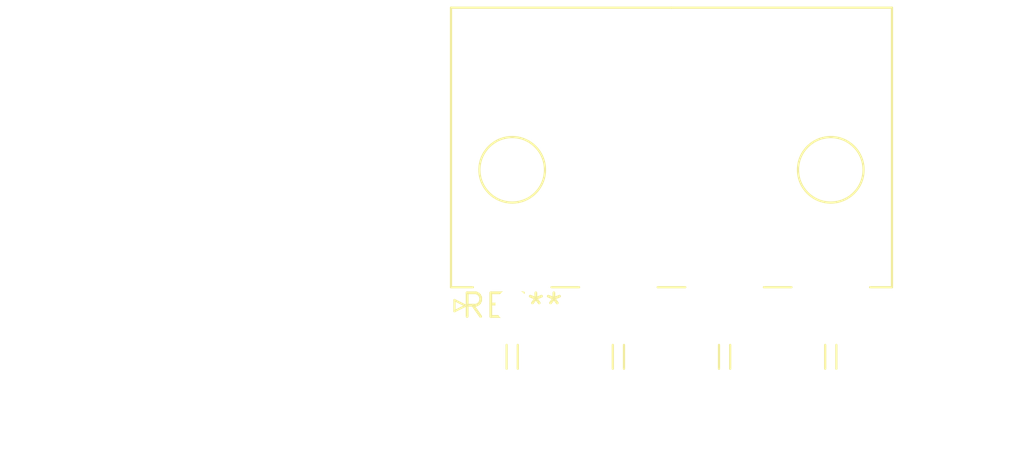
<source format=kicad_pcb>
(kicad_pcb (version 20240108) (generator pcbnew)
  (layers (0 "F.Cu" signal) (31 "B.Cu" signal) (34 "B.Paste" user) (35 "F.Paste" user) (36 "B.SilkS" user "B.Silkscreen") (37 "F.SilkS" user "F.Silkscreen") (38 "B.Mask" user) (39 "F.Mask" user) (44 "Edge.Cuts" user))
  (net 0 "")
  (footprint "Molex_Mega-Fit_76825-0008_2x04_P5.70mm_Horizontal" (layer "F.Cu") (at 0 0)
    (property "Reference" "REF**")
    (property "Value" "Molex_Mega-Fit_76825-0008_2x04_P5.70mm_Horizontal")
    (fp_line (start -3.285 -16.01) (end -3.285 -0.99) (layer "F.SilkS") (stroke (width 0.12)))
    (fp_line (start -3.285 -0.99) (end -2.11 -0.99) (layer "F.SilkS") (stroke (width 0.12)))
    (fp_line (start -3.1 -0.3) (end -2.5 0) (layer "F.SilkS") (stroke (width 0.12)))
    (fp_line (start -3.1 0.3) (end -3.1 -0.3) (layer "F.SilkS") (stroke (width 0.12)))
    (fp_line (start -2.5 0) (end -3.1 0.3) (layer "F.SilkS") (stroke (width 0.12)))
    (fp_line (start -0.3 2.11) (end -0.3 3.39) (layer "F.SilkS") (stroke (width 0.12)))
    (fp_line (start 0.3 2.11) (end 0.3 3.39) (layer "F.SilkS") (stroke (width 0.12)))
    (fp_line (start 2.11 -0.99) (end 3.59 -0.99) (layer "F.SilkS") (stroke (width 0.12)))
    (fp_line (start 5.4 2.11) (end 5.4 3.39) (layer "F.SilkS") (stroke (width 0.12)))
    (fp_line (start 6 2.11) (end 6 3.39) (layer "F.SilkS") (stroke (width 0.12)))
    (fp_line (start 7.81 -0.99) (end 9.29 -0.99) (layer "F.SilkS") (stroke (width 0.12)))
    (fp_line (start 8.55 -16.01) (end -3.285 -16.01) (layer "F.SilkS") (stroke (width 0.12)))
    (fp_line (start 8.55 -16.01) (end 20.385 -16.01) (layer "F.SilkS") (stroke (width 0.12)))
    (fp_line (start 11.1 2.11) (end 11.1 3.39) (layer "F.SilkS") (stroke (width 0.12)))
    (fp_line (start 11.7 2.11) (end 11.7 3.39) (layer "F.SilkS") (stroke (width 0.12)))
    (fp_line (start 13.51 -0.99) (end 14.99 -0.99) (layer "F.SilkS") (stroke (width 0.12)))
    (fp_line (start 16.8 2.11) (end 16.8 3.39) (layer "F.SilkS") (stroke (width 0.12)))
    (fp_line (start 17.4 2.11) (end 17.4 3.39) (layer "F.SilkS") (stroke (width 0.12)))
    (fp_line (start 20.385 -16.01) (end 20.385 -0.99) (layer "F.SilkS") (stroke (width 0.12)))
    (fp_line (start 20.385 -0.99) (end 19.21 -0.99) (layer "F.SilkS") (stroke (width 0.12)))
    (fp_circle (center 0 -7.3) (end 1.76 -7.3) (layer "F.SilkS") (stroke (width 0.12)) (fill none))
    (fp_circle (center 17.1 -7.3) (end 18.86 -7.3) (layer "F.SilkS") (stroke (width 0.12)) (fill none))
    (pad "" np_thru_hole circle (at 0 -7.3) (size 3 3) (drill 3) (layers *.Cu *.Mask))
    (pad "" np_thru_hole circle (at 17.1 -7.3) (size 3 3) (drill 3) (layers *.Cu *.Mask))
    (pad "1" thru_hole roundrect (at 0 0) (size 3.7 3.7) (drill 1.8) (layers *.Cu *.Mask) (remove_unused_layers) (roundrect_rratio 0.067568))
    (pad "2" thru_hole circle (at 5.7 0) (size 3.7 3.7) (drill 1.8) (layers *.Cu *.Mask) (remove_unused_layers))
    (pad "3" thru_hole circle (at 11.4 0) (size 3.7 3.7) (drill 1.8) (layers *.Cu *.Mask) (remove_unused_layers))
    (pad "4" thru_hole circle (at 17.1 0) (size 3.7 3.7) (drill 1.8) (layers *.Cu *.Mask) (remove_unused_layers))
    (pad "5" thru_hole circle (at 0 5.5) (size 3.7 3.7) (drill 1.8) (layers *.Cu *.Mask) (remove_unused_layers))
    (pad "6" thru_hole circle (at 5.7 5.5) (size 3.7 3.7) (drill 1.8) (layers *.Cu *.Mask) (remove_unused_layers))
    (pad "7" thru_hole circle (at 11.4 5.5) (size 3.7 3.7) (drill 1.8) (layers *.Cu *.Mask) (remove_unused_layers))
    (pad "8" thru_hole circle (at 17.1 5.5) (size 3.7 3.7) (drill 1.8) (layers *.Cu *.Mask) (remove_unused_layers))
  )
)
</source>
